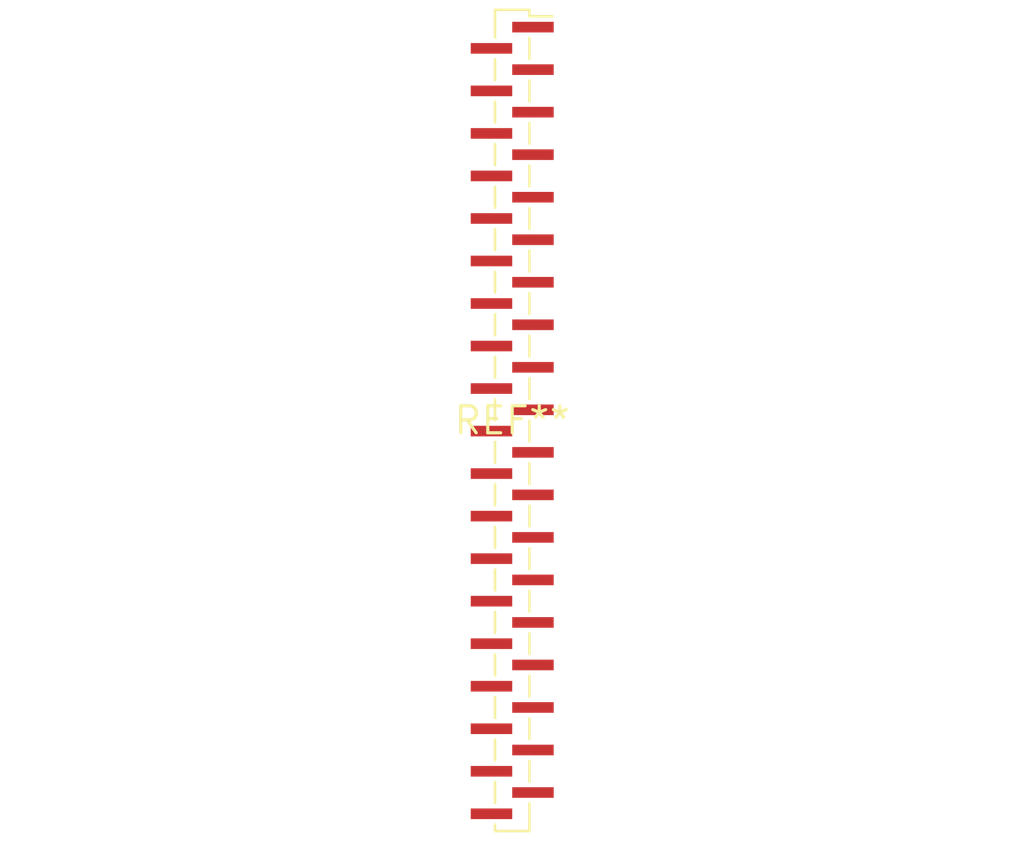
<source format=kicad_pcb>
(kicad_pcb (version 20240108) (generator pcbnew)
  (layers (0 "F.Cu" signal) (31 "B.Cu" signal) (34 "B.Paste" user) (35 "F.Paste" user) (36 "B.SilkS" user "B.Silkscreen") (37 "F.SilkS" user "F.Silkscreen") (38 "B.Mask" user) (39 "F.Mask" user) (44 "Edge.Cuts" user))
  (net 0 "")
  (footprint "PinSocket_1x38_P1.00mm_Vertical_SMD_Pin1Right" (layer "F.Cu") (at 0 0)
    (property "Reference" "REF**")
    (property "Value" "PinSocket_1x38_P1.00mm_Vertical_SMD_Pin1Right")
    (fp_line (start -0.81 -19.31) (end -0.81 -18.01) (layer "F.SilkS") (stroke (width 0.12)))
    (fp_line (start -0.81 -19.31) (end 0.81 -19.31) (layer "F.SilkS") (stroke (width 0.12)))
    (fp_line (start -0.81 -16.99) (end -0.81 -16.01) (layer "F.SilkS") (stroke (width 0.12)))
    (fp_line (start -0.81 -14.99) (end -0.81 -14.01) (layer "F.SilkS") (stroke (width 0.12)))
    (fp_line (start -0.81 -12.99) (end -0.81 -12.01) (layer "F.SilkS") (stroke (width 0.12)))
    (fp_line (start -0.81 -10.99) (end -0.81 -10.01) (layer "F.SilkS") (stroke (width 0.12)))
    (fp_line (start -0.81 -8.99) (end -0.81 -8.01) (layer "F.SilkS") (stroke (width 0.12)))
    (fp_line (start -0.81 -6.99) (end -0.81 -6.01) (layer "F.SilkS") (stroke (width 0.12)))
    (fp_line (start -0.81 -4.99) (end -0.81 -4.01) (layer "F.SilkS") (stroke (width 0.12)))
    (fp_line (start -0.81 -2.99) (end -0.81 -2.01) (layer "F.SilkS") (stroke (width 0.12)))
    (fp_line (start -0.81 -0.99) (end -0.81 -0.01) (layer "F.SilkS") (stroke (width 0.12)))
    (fp_line (start -0.81 1.01) (end -0.81 1.99) (layer "F.SilkS") (stroke (width 0.12)))
    (fp_line (start -0.81 3.01) (end -0.81 3.99) (layer "F.SilkS") (stroke (width 0.12)))
    (fp_line (start -0.81 5.01) (end -0.81 5.99) (layer "F.SilkS") (stroke (width 0.12)))
    (fp_line (start -0.81 7.01) (end -0.81 7.99) (layer "F.SilkS") (stroke (width 0.12)))
    (fp_line (start -0.81 9.01) (end -0.81 9.99) (layer "F.SilkS") (stroke (width 0.12)))
    (fp_line (start -0.81 11.01) (end -0.81 11.99) (layer "F.SilkS") (stroke (width 0.12)))
    (fp_line (start -0.81 13.01) (end -0.81 13.99) (layer "F.SilkS") (stroke (width 0.12)))
    (fp_line (start -0.81 15.01) (end -0.81 15.99) (layer "F.SilkS") (stroke (width 0.12)))
    (fp_line (start -0.81 17.01) (end -0.81 17.99) (layer "F.SilkS") (stroke (width 0.12)))
    (fp_line (start -0.81 19.01) (end -0.81 19.31) (layer "F.SilkS") (stroke (width 0.12)))
    (fp_line (start -0.81 19.31) (end 0.81 19.31) (layer "F.SilkS") (stroke (width 0.12)))
    (fp_line (start 0.81 -19.31) (end 0.81 -19.01) (layer "F.SilkS") (stroke (width 0.12)))
    (fp_line (start 0.81 -19.01) (end 1.89 -19.01) (layer "F.SilkS") (stroke (width 0.12)))
    (fp_line (start 0.81 -17.99) (end 0.81 -17.01) (layer "F.SilkS") (stroke (width 0.12)))
    (fp_line (start 0.81 -15.99) (end 0.81 -15.01) (layer "F.SilkS") (stroke (width 0.12)))
    (fp_line (start 0.81 -13.99) (end 0.81 -13.01) (layer "F.SilkS") (stroke (width 0.12)))
    (fp_line (start 0.81 -11.99) (end 0.81 -11.01) (layer "F.SilkS") (stroke (width 0.12)))
    (fp_line (start 0.81 -9.99) (end 0.81 -9.01) (layer "F.SilkS") (stroke (width 0.12)))
    (fp_line (start 0.81 -7.99) (end 0.81 -7.01) (layer "F.SilkS") (stroke (width 0.12)))
    (fp_line (start 0.81 -5.99) (end 0.81 -5.01) (layer "F.SilkS") (stroke (width 0.12)))
    (fp_line (start 0.81 -3.99) (end 0.81 -3.01) (layer "F.SilkS") (stroke (width 0.12)))
    (fp_line (start 0.81 -1.99) (end 0.81 -1.01) (layer "F.SilkS") (stroke (width 0.12)))
    (fp_line (start 0.81 0.01) (end 0.81 0.99) (layer "F.SilkS") (stroke (width 0.12)))
    (fp_line (start 0.81 2.01) (end 0.81 2.99) (layer "F.SilkS") (stroke (width 0.12)))
    (fp_line (start 0.81 4.01) (end 0.81 4.99) (layer "F.SilkS") (stroke (width 0.12)))
    (fp_line (start 0.81 6.01) (end 0.81 6.99) (layer "F.SilkS") (stroke (width 0.12)))
    (fp_line (start 0.81 8.01) (end 0.81 8.99) (layer "F.SilkS") (stroke (width 0.12)))
    (fp_line (start 0.81 10.01) (end 0.81 10.99) (layer "F.SilkS") (stroke (width 0.12)))
    (fp_line (start 0.81 12.01) (end 0.81 12.99) (layer "F.SilkS") (stroke (width 0.12)))
    (fp_line (start 0.81 14.01) (end 0.81 14.99) (layer "F.SilkS") (stroke (width 0.12)))
    (fp_line (start 0.81 16.01) (end 0.81 16.99) (layer "F.SilkS") (stroke (width 0.12)))
    (fp_line (start 0.81 18.01) (end 0.81 19.31) (layer "F.SilkS") (stroke (width 0.12)))
    (pad "1" smd rect (at 0.975 -18.5) (size 1.95 0.5) (layers "F.Cu" "F.Paste" "F.Mask"))
    (pad "2" smd rect (at -0.975 -17.5) (size 1.95 0.5) (layers "F.Cu" "F.Paste" "F.Mask"))
    (pad "3" smd rect (at 0.975 -16.5) (size 1.95 0.5) (layers "F.Cu" "F.Paste" "F.Mask"))
    (pad "4" smd rect (at -0.975 -15.5) (size 1.95 0.5) (layers "F.Cu" "F.Paste" "F.Mask"))
    (pad "5" smd rect (at 0.975 -14.5) (size 1.95 0.5) (layers "F.Cu" "F.Paste" "F.Mask"))
    (pad "6" smd rect (at -0.975 -13.5) (size 1.95 0.5) (layers "F.Cu" "F.Paste" "F.Mask"))
    (pad "7" smd rect (at 0.975 -12.5) (size 1.95 0.5) (layers "F.Cu" "F.Paste" "F.Mask"))
    (pad "8" smd rect (at -0.975 -11.5) (size 1.95 0.5) (layers "F.Cu" "F.Paste" "F.Mask"))
    (pad "9" smd rect (at 0.975 -10.5) (size 1.95 0.5) (layers "F.Cu" "F.Paste" "F.Mask"))
    (pad "10" smd rect (at -0.975 -9.5) (size 1.95 0.5) (layers "F.Cu" "F.Paste" "F.Mask"))
    (pad "11" smd rect (at 0.975 -8.5) (size 1.95 0.5) (layers "F.Cu" "F.Paste" "F.Mask"))
    (pad "12" smd rect (at -0.975 -7.5) (size 1.95 0.5) (layers "F.Cu" "F.Paste" "F.Mask"))
    (pad "13" smd rect (at 0.975 -6.5) (size 1.95 0.5) (layers "F.Cu" "F.Paste" "F.Mask"))
    (pad "14" smd rect (at -0.975 -5.5) (size 1.95 0.5) (layers "F.Cu" "F.Paste" "F.Mask"))
    (pad "15" smd rect (at 0.975 -4.5) (size 1.95 0.5) (layers "F.Cu" "F.Paste" "F.Mask"))
    (pad "16" smd rect (at -0.975 -3.5) (size 1.95 0.5) (layers "F.Cu" "F.Paste" "F.Mask"))
    (pad "17" smd rect (at 0.975 -2.5) (size 1.95 0.5) (layers "F.Cu" "F.Paste" "F.Mask"))
    (pad "18" smd rect (at -0.975 -1.5) (size 1.95 0.5) (layers "F.Cu" "F.Paste" "F.Mask"))
    (pad "19" smd rect (at 0.975 -0.5) (size 1.95 0.5) (layers "F.Cu" "F.Paste" "F.Mask"))
    (pad "20" smd rect (at -0.975 0.5) (size 1.95 0.5) (layers "F.Cu" "F.Paste" "F.Mask"))
    (pad "21" smd rect (at 0.975 1.5) (size 1.95 0.5) (layers "F.Cu" "F.Paste" "F.Mask"))
    (pad "22" smd rect (at -0.975 2.5) (size 1.95 0.5) (layers "F.Cu" "F.Paste" "F.Mask"))
    (pad "23" smd rect (at 0.975 3.5) (size 1.95 0.5) (layers "F.Cu" "F.Paste" "F.Mask"))
    (pad "24" smd rect (at -0.975 4.5) (size 1.95 0.5) (layers "F.Cu" "F.Paste" "F.Mask"))
    (pad "25" smd rect (at 0.975 5.5) (size 1.95 0.5) (layers "F.Cu" "F.Paste" "F.Mask"))
    (pad "26" smd rect (at -0.975 6.5) (size 1.95 0.5) (layers "F.Cu" "F.Paste" "F.Mask"))
    (pad "27" smd rect (at 0.975 7.5) (size 1.95 0.5) (layers "F.Cu" "F.Paste" "F.Mask"))
    (pad "28" smd rect (at -0.975 8.5) (size 1.95 0.5) (layers "F.Cu" "F.Paste" "F.Mask"))
    (pad "29" smd rect (at 0.975 9.5) (size 1.95 0.5) (layers "F.Cu" "F.Paste" "F.Mask"))
    (pad "30" smd rect (at -0.975 10.5) (size 1.95 0.5) (layers "F.Cu" "F.Paste" "F.Mask"))
    (pad "31" smd rect (at 0.975 11.5) (size 1.95 0.5) (layers "F.Cu" "F.Paste" "F.Mask"))
    (pad "32" smd rect (at -0.975 12.5) (size 1.95 0.5) (layers "F.Cu" "F.Paste" "F.Mask"))
    (pad "33" smd rect (at 0.975 13.5) (size 1.95 0.5) (layers "F.Cu" "F.Paste" "F.Mask"))
    (pad "34" smd rect (at -0.975 14.5) (size 1.95 0.5) (layers "F.Cu" "F.Paste" "F.Mask"))
    (pad "35" smd rect (at 0.975 15.5) (size 1.95 0.5) (layers "F.Cu" "F.Paste" "F.Mask"))
    (pad "36" smd rect (at -0.975 16.5) (size 1.95 0.5) (layers "F.Cu" "F.Paste" "F.Mask"))
    (pad "37" smd rect (at 0.975 17.5) (size 1.95 0.5) (layers "F.Cu" "F.Paste" "F.Mask"))
    (pad "38" smd rect (at -0.975 18.5) (size 1.95 0.5) (layers "F.Cu" "F.Paste" "F.Mask"))
  )
)
</source>
